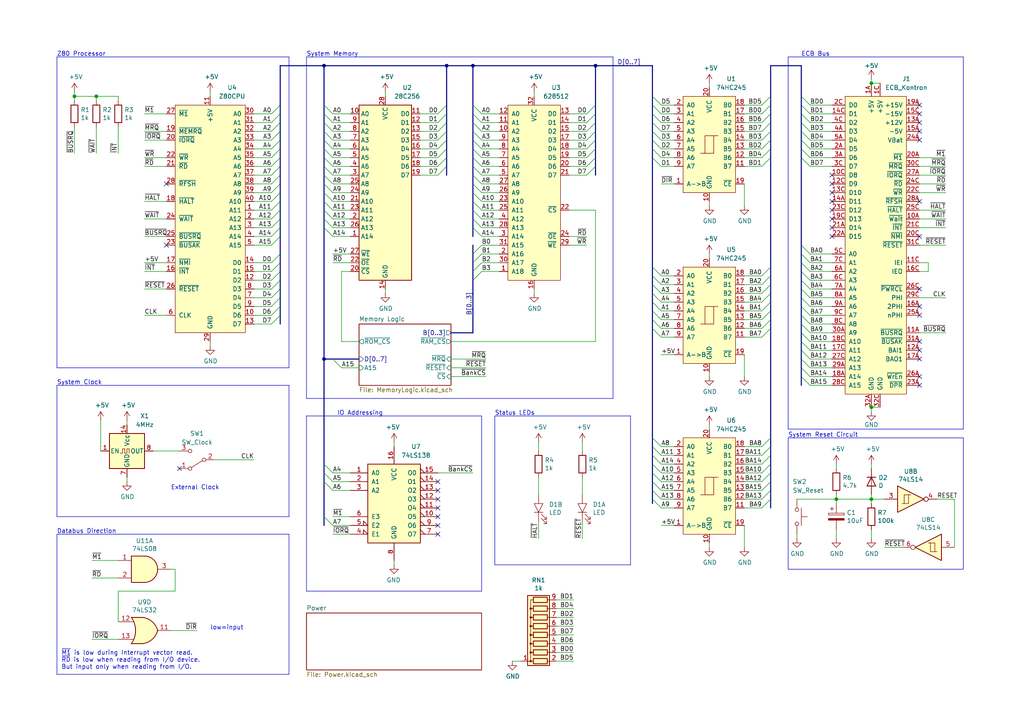
<source format=kicad_sch>
(kicad_sch (version 20230121) (generator eeschema)
  (paper "A4")
  (title_block (title "RackZ80 - Processor Board") (date "2021-03-30") (rev "1.0") (company "Jannik Kreucher"))
  (junction (at 129.54 19.05))
  (junction (at 252.73 118.11))
  (junction (at 252.73 24.13))
  (junction (at 242.57 144.78))
  (junction (at 252.73 144.78))
  (junction (at 172.72 19.05))
  (junction (at 93.98 19.05))
  (junction (at 137.16 19.05))
  (junction (at 27.94 27.94))
  (junction (at 93.98 104.14))
  (junction (at 21.59 27.94))
  (no_connect (at 127 139.7))
  (no_connect (at 48.26 53.34))
  (no_connect (at 266.7 30.48))
  (no_connect (at 266.7 99.06))
  (no_connect (at 266.7 88.9))
  (no_connect (at 127 149.86))
  (no_connect (at 127 144.78))
  (no_connect (at 266.7 109.22))
  (no_connect (at 241.3 53.34))
  (no_connect (at 266.7 83.82))
  (no_connect (at 127 142.24))
  (no_connect (at 241.3 55.88))
  (no_connect (at 127 154.94))
  (no_connect (at 266.7 91.44))
  (no_connect (at 266.7 40.64))
  (no_connect (at 127 147.32))
  (no_connect (at 266.7 101.6))
  (no_connect (at 266.7 33.02))
  (no_connect (at 266.7 35.56))
  (no_connect (at 266.7 104.14))
  (no_connect (at 52.07 135.89))
  (no_connect (at 266.7 68.58))
  (no_connect (at 241.3 68.58))
  (no_connect (at 127 152.4))
  (no_connect (at 241.3 60.96))
  (no_connect (at 241.3 58.42))
  (no_connect (at 241.3 66.04))
  (no_connect (at 241.3 63.5))
  (no_connect (at 48.26 71.12))
  (no_connect (at 241.3 50.8))
  (no_connect (at 266.7 38.1))
  (no_connect (at 266.7 58.42))
  (no_connect (at 266.7 111.76))
  (bus_entry (at 81.28 66.04) (size -2.54 2.54))
  (bus_entry (at 189.23 139.7) (size 2.54 2.54))
  (bus_entry (at 223.52 95.25) (size -2.54 2.54))
  (bus_entry (at 223.52 134.62) (size -2.54 2.54))
  (bus_entry (at 137.16 38.1) (size 2.54 2.54))
  (bus_entry (at 232.41 27.94) (size 2.54 2.54))
  (bus_entry (at 189.23 38.1) (size 2.54 2.54))
  (bus_entry (at 189.23 85.09) (size 2.54 2.54))
  (bus_entry (at 232.41 88.9) (size 2.54 2.54))
  (bus_entry (at 137.16 45.72) (size 2.54 2.54))
  (bus_entry (at 81.28 88.9) (size -2.54 2.54))
  (bus_entry (at 223.52 82.55) (size -2.54 2.54))
  (bus_entry (at 81.28 35.56) (size -2.54 2.54))
  (bus_entry (at 189.23 87.63) (size 2.54 2.54))
  (bus_entry (at 129.54 43.18) (size -2.54 2.54))
  (bus_entry (at 93.98 38.1) (size 2.54 2.54))
  (bus_entry (at 129.54 40.64) (size -2.54 2.54))
  (bus_entry (at 189.23 134.62) (size 2.54 2.54))
  (bus_entry (at 81.28 76.2) (size -2.54 2.54))
  (bus_entry (at 232.41 86.36) (size 2.54 2.54))
  (bus_entry (at 172.72 30.48) (size -2.54 2.54))
  (bus_entry (at 129.54 33.02) (size -2.54 2.54))
  (bus_entry (at 223.52 35.56) (size -2.54 2.54))
  (bus_entry (at 137.16 33.02) (size 2.54 2.54))
  (bus_entry (at 223.52 80.01) (size -2.54 2.54))
  (bus_entry (at 93.98 55.88) (size 2.54 2.54))
  (bus_entry (at 129.54 48.26) (size -2.54 2.54))
  (bus_entry (at 189.23 90.17) (size 2.54 2.54))
  (bus_entry (at 232.41 76.2) (size 2.54 2.54))
  (bus_entry (at 232.41 106.68) (size 2.54 2.54))
  (bus_entry (at 223.52 45.72) (size -2.54 2.54))
  (bus_entry (at 223.52 40.64) (size -2.54 2.54))
  (bus_entry (at 96.52 142.24) (size -2.54 -2.54))
  (bus_entry (at 93.98 40.64) (size 2.54 2.54))
  (bus_entry (at 81.28 83.82) (size -2.54 2.54))
  (bus_entry (at 223.52 87.63) (size -2.54 2.54))
  (bus_entry (at 129.54 38.1) (size -2.54 2.54))
  (bus_entry (at 223.52 85.09) (size -2.54 2.54))
  (bus_entry (at 93.98 48.26) (size 2.54 2.54))
  (bus_entry (at 137.16 60.96) (size 2.54 2.54))
  (bus_entry (at 93.98 43.18) (size 2.54 2.54))
  (bus_entry (at 81.28 38.1) (size -2.54 2.54))
  (bus_entry (at 93.98 45.72) (size 2.54 2.54))
  (bus_entry (at 232.41 81.28) (size 2.54 2.54))
  (bus_entry (at 223.52 137.16) (size -2.54 2.54))
  (bus_entry (at 81.28 60.96) (size -2.54 2.54))
  (bus_entry (at 81.28 40.64) (size -2.54 2.54))
  (bus_entry (at 96.52 104.14) (size 2.54 2.54))
  (bus_entry (at 172.72 43.18) (size -2.54 2.54))
  (bus_entry (at 232.41 83.82) (size 2.54 2.54))
  (bus_entry (at 81.28 81.28) (size -2.54 2.54))
  (bus_entry (at 81.28 48.26) (size -2.54 2.54))
  (bus_entry (at 81.28 58.42) (size -2.54 2.54))
  (bus_entry (at 232.41 43.18) (size 2.54 2.54))
  (bus_entry (at 232.41 104.14) (size 2.54 2.54))
  (bus_entry (at 189.23 132.08) (size 2.54 2.54))
  (bus_entry (at 189.23 30.48) (size 2.54 2.54))
  (bus_entry (at 232.41 96.52) (size 2.54 2.54))
  (bus_entry (at 81.28 50.8) (size -2.54 2.54))
  (bus_entry (at 189.23 80.01) (size 2.54 2.54))
  (bus_entry (at 137.16 81.28) (size 2.54 -2.54))
  (bus_entry (at 223.52 27.94) (size -2.54 2.54))
  (bus_entry (at 93.98 63.5) (size 2.54 2.54))
  (bus_entry (at 223.52 43.18) (size -2.54 2.54))
  (bus_entry (at 232.41 93.98) (size 2.54 2.54))
  (bus_entry (at 172.72 40.64) (size -2.54 2.54))
  (bus_entry (at 223.52 142.24) (size -2.54 2.54))
  (bus_entry (at 232.41 109.22) (size 2.54 2.54))
  (bus_entry (at 232.41 73.66) (size 2.54 2.54))
  (bus_entry (at 189.23 45.72) (size 2.54 2.54))
  (bus_entry (at 189.23 127) (size 2.54 2.54))
  (bus_entry (at 232.41 101.6) (size 2.54 2.54))
  (bus_entry (at 137.16 63.5) (size 2.54 2.54))
  (bus_entry (at 232.41 99.06) (size 2.54 2.54))
  (bus_entry (at 189.23 137.16) (size 2.54 2.54))
  (bus_entry (at 232.41 35.56) (size 2.54 2.54))
  (bus_entry (at 93.98 60.96) (size 2.54 2.54))
  (bus_entry (at 189.23 129.54) (size 2.54 2.54))
  (bus_entry (at 93.98 66.04) (size 2.54 2.54))
  (bus_entry (at 232.41 30.48) (size 2.54 2.54))
  (bus_entry (at 96.52 152.4) (size -2.54 -2.54))
  (bus_entry (at 172.72 35.56) (size -2.54 2.54))
  (bus_entry (at 223.52 129.54) (size -2.54 2.54))
  (bus_entry (at 129.54 30.48) (size -2.54 2.54))
  (bus_entry (at 189.23 35.56) (size 2.54 2.54))
  (bus_entry (at 81.28 45.72) (size -2.54 2.54))
  (bus_entry (at 189.23 95.25) (size 2.54 2.54))
  (bus_entry (at 232.41 78.74) (size 2.54 2.54))
  (bus_entry (at 81.28 86.36) (size -2.54 2.54))
  (bus_entry (at 137.16 50.8) (size 2.54 2.54))
  (bus_entry (at 223.52 92.71) (size -2.54 2.54))
  (bus_entry (at 223.52 90.17) (size -2.54 2.54))
  (bus_entry (at 189.23 82.55) (size 2.54 2.54))
  (bus_entry (at 137.16 78.74) (size 2.54 -2.54))
  (bus_entry (at 232.41 91.44) (size 2.54 2.54))
  (bus_entry (at 93.98 58.42) (size 2.54 2.54))
  (bus_entry (at 137.16 35.56) (size 2.54 2.54))
  (bus_entry (at 172.72 48.26) (size -2.54 2.54))
  (bus_entry (at 129.54 35.56) (size -2.54 2.54))
  (bus_entry (at 93.98 30.48) (size 2.54 2.54))
  (bus_entry (at 223.52 33.02) (size -2.54 2.54))
  (bus_entry (at 223.52 38.1) (size -2.54 2.54))
  (bus_entry (at 81.28 43.18) (size -2.54 2.54))
  (bus_entry (at 189.23 144.78) (size 2.54 2.54))
  (bus_entry (at 137.16 76.2) (size 2.54 -2.54))
  (bus_entry (at 223.52 139.7) (size -2.54 2.54))
  (bus_entry (at 137.16 40.64) (size 2.54 2.54))
  (bus_entry (at 232.41 40.64) (size 2.54 2.54))
  (bus_entry (at 232.41 33.02) (size 2.54 2.54))
  (bus_entry (at 137.16 73.66) (size 2.54 -2.54))
  (bus_entry (at 223.52 30.48) (size -2.54 2.54))
  (bus_entry (at 81.28 55.88) (size -2.54 2.54))
  (bus_entry (at 96.52 137.16) (size -2.54 -2.54))
  (bus_entry (at 189.23 142.24) (size 2.54 2.54))
  (bus_entry (at 81.28 30.48) (size -2.54 2.54))
  (bus_entry (at 137.16 48.26) (size 2.54 2.54))
  (bus_entry (at 172.72 33.02) (size -2.54 2.54))
  (bus_entry (at 81.28 33.02) (size -2.54 2.54))
  (bus_entry (at 81.28 68.58) (size -2.54 2.54))
  (bus_entry (at 93.98 35.56) (size 2.54 2.54))
  (bus_entry (at 93.98 53.34) (size 2.54 2.54))
  (bus_entry (at 172.72 38.1) (size -2.54 2.54))
  (bus_entry (at 96.52 139.7) (size -2.54 -2.54))
  (bus_entry (at 81.28 78.74) (size -2.54 2.54))
  (bus_entry (at 137.16 66.04) (size 2.54 2.54))
  (bus_entry (at 81.28 91.44) (size -2.54 2.54))
  (bus_entry (at 232.41 45.72) (size 2.54 2.54))
  (bus_entry (at 81.28 73.66) (size -2.54 2.54))
  (bus_entry (at 137.16 55.88) (size 2.54 2.54))
  (bus_entry (at 129.54 45.72) (size -2.54 2.54))
  (bus_entry (at 137.16 30.48) (size 2.54 2.54))
  (bus_entry (at 93.98 50.8) (size 2.54 2.54))
  (bus_entry (at 189.23 43.18) (size 2.54 2.54))
  (bus_entry (at 232.41 71.12) (size 2.54 2.54))
  (bus_entry (at 223.52 144.78) (size -2.54 2.54))
  (bus_entry (at 93.98 33.02) (size 2.54 2.54))
  (bus_entry (at 137.16 43.18) (size 2.54 2.54))
  (bus_entry (at 223.52 127) (size -2.54 2.54))
  (bus_entry (at 232.41 38.1) (size 2.54 2.54))
  (bus_entry (at 189.23 33.02) (size 2.54 2.54))
  (bus_entry (at 137.16 53.34) (size 2.54 2.54))
  (bus_entry (at 189.23 77.47) (size 2.54 2.54))
  (bus_entry (at 189.23 92.71) (size 2.54 2.54))
  (bus_entry (at 223.52 77.47) (size -2.54 2.54))
  (bus_entry (at 137.16 58.42) (size 2.54 2.54))
  (bus_entry (at 81.28 63.5) (size -2.54 2.54))
  (bus_entry (at 189.23 40.64) (size 2.54 2.54))
  (bus_entry (at 189.23 27.94) (size 2.54 2.54))
  (bus_entry (at 172.72 45.72) (size -2.54 2.54))
  (bus_entry (at 223.52 132.08) (size -2.54 2.54))
  (bus_entry (at 81.28 53.34) (size -2.54 2.54))
  (wire (pts (xy 41.91 78.74) (xy 48.26 78.74)))
  (wire (pts (xy 191.77 147.32) (xy 195.58 147.32)))
  (wire (pts (xy 101.6 60.96) (xy 96.52 60.96)))
  (bus (pts (xy 172.72 30.48) (xy 172.72 33.02)))
  (bus (pts (xy 81.28 78.74) (xy 81.28 81.28)))
  (wire (pts (xy 36.83 121.92) (xy 36.83 123.19)))
  (wire (pts (xy 144.78 58.42) (xy 139.7 58.42)))
  (wire (pts (xy 215.9 30.48) (xy 220.98 30.48)))
  (bus (pts (xy 137.16 19.05) (xy 137.16 30.48)))
  (bus (pts (xy 137.16 19.05) (xy 172.72 19.05)))
  (bus (pts (xy 81.28 43.18) (xy 81.28 45.72)))
  (bus (pts (xy 137.16 53.34) (xy 137.16 55.88)))
  (bus (pts (xy 93.98 43.18) (xy 93.98 45.72)))
  (wire (pts (xy 252.73 134.62) (xy 252.73 135.89)))
  (bus (pts (xy 189.23 142.24) (xy 189.23 144.78)))
  (wire (pts (xy 101.6 73.66) (xy 96.52 73.66)))
  (wire (pts (xy 73.66 33.02) (xy 78.74 33.02)))
  (bus (pts (xy 96.52 104.14) (xy 104.14 104.14)))
  (wire (pts (xy 101.6 154.94) (xy 96.52 154.94)))
  (polyline (pts (xy 182.88 120.65) (xy 143.51 120.65)))
  (bus (pts (xy 129.54 30.48) (xy 129.54 33.02)))
  (wire (pts (xy 195.58 152.4) (xy 191.77 152.4)))
  (wire (pts (xy 252.73 144.78) (xy 256.54 144.78)))
  (wire (pts (xy 121.92 45.72) (xy 127 45.72)))
  (wire (pts (xy 144.78 78.74) (xy 139.7 78.74)))
  (wire (pts (xy 165.1 38.1) (xy 170.18 38.1)))
  (wire (pts (xy 234.95 109.22) (xy 241.3 109.22)))
  (bus (pts (xy 232.41 109.22) (xy 232.41 111.76)))
  (polyline (pts (xy 182.88 163.83) (xy 182.88 120.65)))
  (wire (pts (xy 36.83 138.43) (xy 36.83 139.7)))
  (bus (pts (xy 232.41 73.66) (xy 232.41 76.2)))
  (wire (pts (xy 121.92 40.64) (xy 127 40.64)))
  (wire (pts (xy 168.91 151.13) (xy 168.91 156.21)))
  (bus (pts (xy 93.98 66.04) (xy 93.98 104.14)))
  (bus (pts (xy 223.52 27.94) (xy 223.52 30.48)))
  (wire (pts (xy 114.3 128.27) (xy 114.3 129.54)))
  (wire (pts (xy 27.94 36.83) (xy 27.94 44.45)))
  (bus (pts (xy 81.28 91.44) (xy 81.28 93.98)))
  (bus (pts (xy 232.41 27.94) (xy 232.41 30.48)))
  (wire (pts (xy 144.78 40.64) (xy 139.7 40.64)))
  (bus (pts (xy 232.41 96.52) (xy 232.41 99.06)))
  (wire (pts (xy 215.9 53.34) (xy 215.9 59.69)))
  (bus (pts (xy 223.52 30.48) (xy 223.52 33.02)))
  (wire (pts (xy 234.95 45.72) (xy 241.3 45.72)))
  (wire (pts (xy 139.7 71.12) (xy 144.78 71.12)))
  (bus (pts (xy 137.16 40.64) (xy 137.16 43.18)))
  (bus (pts (xy 81.28 83.82) (xy 81.28 86.36)))
  (bus (pts (xy 223.52 43.18) (xy 223.52 45.72)))
  (wire (pts (xy 144.78 53.34) (xy 139.7 53.34)))
  (wire (pts (xy 101.6 66.04) (xy 96.52 66.04)))
  (wire (pts (xy 234.95 33.02) (xy 241.3 33.02)))
  (wire (pts (xy 101.6 76.2) (xy 96.52 76.2)))
  (bus (pts (xy 172.72 45.72) (xy 172.72 48.26)))
  (wire (pts (xy 205.74 123.19) (xy 205.74 124.46)))
  (wire (pts (xy 234.95 106.68) (xy 241.3 106.68)))
  (wire (pts (xy 191.77 38.1) (xy 195.58 38.1)))
  (wire (pts (xy 191.77 33.02) (xy 195.58 33.02)))
  (wire (pts (xy 242.57 153.67) (xy 242.57 156.21)))
  (wire (pts (xy 73.66 83.82) (xy 78.74 83.82)))
  (wire (pts (xy 215.9 97.79) (xy 220.98 97.79)))
  (bus (pts (xy 189.23 90.17) (xy 189.23 92.71)))
  (bus (pts (xy 223.52 45.72) (xy 223.52 77.47)))
  (bus (pts (xy 137.16 43.18) (xy 137.16 45.72)))
  (wire (pts (xy 168.91 130.81) (xy 168.91 128.27)))
  (wire (pts (xy 73.66 38.1) (xy 78.74 38.1)))
  (wire (pts (xy 191.77 95.25) (xy 195.58 95.25)))
  (bus (pts (xy 189.23 87.63) (xy 189.23 90.17)))
  (bus (pts (xy 189.23 38.1) (xy 189.23 40.64)))
  (polyline (pts (xy 83.82 195.58) (xy 83.82 154.94)))
  (wire (pts (xy 195.58 102.87) (xy 191.77 102.87)))
  (bus (pts (xy 93.98 19.05) (xy 93.98 30.48)))
  (wire (pts (xy 234.95 73.66) (xy 241.3 73.66)))
  (wire (pts (xy 41.91 58.42) (xy 48.26 58.42)))
  (wire (pts (xy 276.86 144.78) (xy 276.86 158.75)))
  (wire (pts (xy 215.9 95.25) (xy 220.98 95.25)))
  (bus (pts (xy 93.98 60.96) (xy 93.98 63.5)))
  (wire (pts (xy 191.77 137.16) (xy 195.58 137.16)))
  (bus (pts (xy 129.54 45.72) (xy 129.54 48.26)))
  (wire (pts (xy 234.95 35.56) (xy 241.3 35.56)))
  (wire (pts (xy 73.66 91.44) (xy 78.74 91.44)))
  (polyline (pts (xy 88.9 120.65) (xy 88.9 171.45)))
  (wire (pts (xy 215.9 45.72) (xy 220.98 45.72)))
  (wire (pts (xy 161.29 181.61) (xy 166.37 181.61)))
  (bus (pts (xy 172.72 43.18) (xy 172.72 45.72)))
  (polyline (pts (xy 83.82 149.86) (xy 16.51 149.86)))
  (bus (pts (xy 93.98 38.1) (xy 93.98 40.64)))
  (wire (pts (xy 255.27 118.11) (xy 252.73 118.11)))
  (bus (pts (xy 232.41 38.1) (xy 232.41 40.64)))
  (bus (pts (xy 232.41 78.74) (xy 232.41 81.28)))
  (bus (pts (xy 223.52 80.01) (xy 223.52 82.55)))
  (bus (pts (xy 189.23 43.18) (xy 189.23 45.72)))
  (wire (pts (xy 191.77 80.01) (xy 195.58 80.01)))
  (wire (pts (xy 215.9 38.1) (xy 220.98 38.1)))
  (wire (pts (xy 255.27 24.13) (xy 252.73 24.13)))
  (bus (pts (xy 223.52 92.71) (xy 223.52 95.25)))
  (bus (pts (xy 81.28 66.04) (xy 81.28 68.58)))
  (bus (pts (xy 223.52 127) (xy 223.52 129.54)))
  (wire (pts (xy 101.6 139.7) (xy 96.52 139.7)))
  (wire (pts (xy 60.96 99.06) (xy 60.96 100.33)))
  (wire (pts (xy 165.1 68.58) (xy 170.18 68.58)))
  (wire (pts (xy 191.77 144.78) (xy 195.58 144.78)))
  (wire (pts (xy 101.6 33.02) (xy 96.52 33.02)))
  (wire (pts (xy 148.59 191.77) (xy 151.13 191.77)))
  (bus (pts (xy 223.52 33.02) (xy 223.52 35.56)))
  (wire (pts (xy 48.26 83.82) (xy 41.91 83.82)))
  (wire (pts (xy 191.77 40.64) (xy 195.58 40.64)))
  (bus (pts (xy 232.41 76.2) (xy 232.41 78.74)))
  (wire (pts (xy 161.29 189.23) (xy 166.37 189.23)))
  (bus (pts (xy 137.16 55.88) (xy 137.16 58.42)))
  (bus (pts (xy 189.23 33.02) (xy 189.23 35.56)))
  (wire (pts (xy 266.7 53.34) (xy 274.32 53.34)))
  (wire (pts (xy 73.66 76.2) (xy 78.74 76.2)))
  (polyline (pts (xy 143.51 120.65) (xy 143.51 163.83)))
  (wire (pts (xy 156.21 130.81) (xy 156.21 128.27)))
  (wire (pts (xy 215.9 152.4) (xy 215.9 158.75)))
  (wire (pts (xy 101.6 50.8) (xy 96.52 50.8)))
  (wire (pts (xy 234.95 99.06) (xy 241.3 99.06)))
  (wire (pts (xy 165.1 45.72) (xy 170.18 45.72)))
  (bus (pts (xy 137.16 58.42) (xy 137.16 60.96)))
  (wire (pts (xy 215.9 43.18) (xy 220.98 43.18)))
  (wire (pts (xy 234.95 43.18) (xy 241.3 43.18)))
  (wire (pts (xy 34.29 171.45) (xy 34.29 180.34)))
  (bus (pts (xy 81.28 30.48) (xy 81.28 33.02)))
  (wire (pts (xy 195.58 53.34) (xy 191.77 53.34)))
  (bus (pts (xy 223.52 77.47) (xy 223.52 80.01)))
  (polyline (pts (xy 16.51 111.76) (xy 83.82 111.76)))
  (wire (pts (xy 73.66 50.8) (xy 78.74 50.8)))
  (wire (pts (xy 234.95 93.98) (xy 241.3 93.98)))
  (wire (pts (xy 130.81 109.22) (xy 140.97 109.22)))
  (wire (pts (xy 101.6 78.74) (xy 99.06 78.74)))
  (polyline (pts (xy 16.51 195.58) (xy 83.82 195.58)))
  (wire (pts (xy 231.14 144.78) (xy 242.57 144.78)))
  (bus (pts (xy 223.52 144.78) (xy 223.52 147.32)))
  (wire (pts (xy 252.73 144.78) (xy 252.73 146.05)))
  (wire (pts (xy 191.77 43.18) (xy 195.58 43.18)))
  (wire (pts (xy 266.7 55.88) (xy 274.32 55.88)))
  (wire (pts (xy 191.77 139.7) (xy 195.58 139.7)))
  (bus (pts (xy 189.23 85.09) (xy 189.23 87.63)))
  (wire (pts (xy 121.92 50.8) (xy 127 50.8)))
  (polyline (pts (xy 83.82 106.68) (xy 83.82 16.51)))
  (wire (pts (xy 101.6 55.88) (xy 96.52 55.88)))
  (bus (pts (xy 172.72 48.26) (xy 172.72 50.8)))
  (polyline (pts (xy 83.82 111.76) (xy 83.82 149.86)))
  (wire (pts (xy 191.77 87.63) (xy 195.58 87.63)))
  (bus (pts (xy 93.98 19.05) (xy 129.54 19.05)))
  (wire (pts (xy 234.95 76.2) (xy 241.3 76.2)))
  (wire (pts (xy 121.92 43.18) (xy 127 43.18)))
  (wire (pts (xy 101.6 149.86) (xy 96.52 149.86)))
  (bus (pts (xy 81.28 55.88) (xy 81.28 58.42)))
  (bus (pts (xy 93.98 104.14) (xy 93.98 134.62)))
  (bus (pts (xy 129.54 35.56) (xy 129.54 38.1)))
  (wire (pts (xy 139.7 76.2) (xy 144.78 76.2)))
  (wire (pts (xy 73.66 66.04) (xy 78.74 66.04)))
  (bus (pts (xy 172.72 38.1) (xy 172.72 40.64)))
  (wire (pts (xy 144.78 50.8) (xy 139.7 50.8)))
  (bus (pts (xy 81.28 35.56) (xy 81.28 38.1)))
  (wire (pts (xy 121.92 35.56) (xy 127 35.56)))
  (bus (pts (xy 81.28 53.34) (xy 81.28 55.88)))
  (bus (pts (xy 129.54 43.18) (xy 129.54 45.72)))
  (bus (pts (xy 223.52 142.24) (xy 223.52 144.78)))
  (wire (pts (xy 252.73 22.86) (xy 252.73 24.13)))
  (wire (pts (xy 191.77 45.72) (xy 195.58 45.72)))
  (wire (pts (xy 234.95 86.36) (xy 241.3 86.36)))
  (wire (pts (xy 130.81 104.14) (xy 140.97 104.14)))
  (bus (pts (xy 189.23 19.05) (xy 189.23 27.94)))
  (wire (pts (xy 191.77 134.62) (xy 195.58 134.62)))
  (wire (pts (xy 34.29 162.56) (xy 26.67 162.56)))
  (wire (pts (xy 73.66 86.36) (xy 78.74 86.36)))
  (polyline (pts (xy 279.4 16.51) (xy 279.4 124.46)))
  (bus (pts (xy 172.72 19.05) (xy 172.72 30.48)))
  (polyline (pts (xy 279.4 127) (xy 228.6 127)))
  (wire (pts (xy 73.66 45.72) (xy 78.74 45.72)))
  (bus (pts (xy 129.54 33.02) (xy 129.54 35.56)))
  (bus (pts (xy 137.16 33.02) (xy 137.16 35.56)))
  (wire (pts (xy 144.78 45.72) (xy 139.7 45.72)))
  (bus (pts (xy 223.52 19.05) (xy 223.52 27.94)))
  (bus (pts (xy 232.41 30.48) (xy 232.41 33.02)))
  (wire (pts (xy 252.73 118.11) (xy 252.73 119.38)))
  (polyline (pts (xy 228.6 124.46) (xy 279.4 124.46)))
  (wire (pts (xy 49.53 165.1) (xy 50.8 165.1)))
  (wire (pts (xy 73.66 60.96) (xy 78.74 60.96)))
  (polyline (pts (xy 16.51 16.51) (xy 16.51 106.68)))
  (wire (pts (xy 101.6 38.1) (xy 96.52 38.1)))
  (polyline (pts (xy 16.51 154.94) (xy 16.51 195.58)))
  (wire (pts (xy 215.9 85.09) (xy 220.98 85.09)))
  (bus (pts (xy 129.54 40.64) (xy 129.54 43.18)))
  (wire (pts (xy 266.7 71.12) (xy 274.32 71.12)))
  (wire (pts (xy 73.66 71.12) (xy 78.74 71.12)))
  (wire (pts (xy 21.59 36.83) (xy 21.59 44.45)))
  (wire (pts (xy 242.57 146.05) (xy 242.57 144.78)))
  (wire (pts (xy 234.95 30.48) (xy 241.3 30.48)))
  (bus (pts (xy 232.41 40.64) (xy 232.41 43.18)))
  (wire (pts (xy 165.1 50.8) (xy 170.18 50.8)))
  (bus (pts (xy 93.98 63.5) (xy 93.98 66.04)))
  (bus (pts (xy 137.16 76.2) (xy 137.16 78.74)))
  (polyline (pts (xy 228.6 16.51) (xy 279.4 16.51)))
  (wire (pts (xy 41.91 63.5) (xy 48.26 63.5)))
  (bus (pts (xy 223.52 129.54) (xy 223.52 132.08)))
  (polyline (pts (xy 228.6 127) (xy 228.6 165.1)))
  (bus (pts (xy 93.98 149.86) (xy 93.98 152.4)))
  (wire (pts (xy 234.95 96.52) (xy 241.3 96.52)))
  (bus (pts (xy 129.54 48.26) (xy 129.54 50.8)))
  (bus (pts (xy 232.41 91.44) (xy 232.41 93.98)))
  (wire (pts (xy 215.9 33.02) (xy 220.98 33.02)))
  (bus (pts (xy 232.41 88.9) (xy 232.41 91.44)))
  (bus (pts (xy 232.41 45.72) (xy 232.41 71.12)))
  (wire (pts (xy 234.95 88.9) (xy 241.3 88.9)))
  (wire (pts (xy 144.78 43.18) (xy 139.7 43.18)))
  (bus (pts (xy 189.23 132.08) (xy 189.23 134.62)))
  (bus (pts (xy 93.98 48.26) (xy 93.98 50.8)))
  (bus (pts (xy 223.52 85.09) (xy 223.52 87.63)))
  (wire (pts (xy 266.7 86.36) (xy 274.32 86.36)))
  (polyline (pts (xy 83.82 154.94) (xy 16.51 154.94)))
  (bus (pts (xy 81.28 68.58) (xy 81.28 73.66)))
  (wire (pts (xy 144.78 55.88) (xy 139.7 55.88)))
  (wire (pts (xy 266.7 50.8) (xy 274.32 50.8)))
  (bus (pts (xy 232.41 71.12) (xy 232.41 73.66)))
  (wire (pts (xy 144.78 66.04) (xy 139.7 66.04)))
  (bus (pts (xy 232.41 43.18) (xy 232.41 45.72)))
  (wire (pts (xy 127 137.16) (xy 137.16 137.16)))
  (bus (pts (xy 81.28 33.02) (xy 81.28 35.56)))
  (wire (pts (xy 49.53 182.88) (xy 57.15 182.88)))
  (bus (pts (xy 232.41 101.6) (xy 232.41 104.14)))
  (bus (pts (xy 81.28 48.26) (xy 81.28 50.8)))
  (bus (pts (xy 223.52 90.17) (xy 223.52 92.71)))
  (bus (pts (xy 223.52 40.64) (xy 223.52 43.18)))
  (wire (pts (xy 165.1 60.96) (xy 172.72 60.96)))
  (bus (pts (xy 81.28 73.66) (xy 81.28 76.2)))
  (wire (pts (xy 34.29 27.94) (xy 34.29 29.21)))
  (wire (pts (xy 266.7 66.04) (xy 274.32 66.04)))
  (bus (pts (xy 223.52 38.1) (xy 223.52 40.64)))
  (wire (pts (xy 172.72 99.06) (xy 172.72 60.96)))
  (polyline (pts (xy 88.9 115.57) (xy 88.9 16.51)))
  (wire (pts (xy 191.77 97.79) (xy 195.58 97.79)))
  (wire (pts (xy 101.6 53.34) (xy 96.52 53.34)))
  (wire (pts (xy 101.6 48.26) (xy 96.52 48.26)))
  (wire (pts (xy 21.59 27.94) (xy 27.94 27.94)))
  (wire (pts (xy 205.74 58.42) (xy 205.74 59.69)))
  (bus (pts (xy 223.52 35.56) (xy 223.52 38.1)))
  (wire (pts (xy 144.78 60.96) (xy 139.7 60.96)))
  (bus (pts (xy 189.23 127) (xy 189.23 129.54)))
  (wire (pts (xy 73.66 81.28) (xy 78.74 81.28)))
  (wire (pts (xy 41.91 45.72) (xy 48.26 45.72)))
  (bus (pts (xy 81.28 45.72) (xy 81.28 48.26)))
  (bus (pts (xy 223.52 87.63) (xy 223.52 90.17)))
  (wire (pts (xy 73.66 48.26) (xy 78.74 48.26)))
  (polyline (pts (xy 143.51 163.83) (xy 182.88 163.83)))
  (bus (pts (xy 129.54 19.05) (xy 129.54 30.48)))
  (polyline (pts (xy 228.6 165.1) (xy 279.4 165.1)))
  (bus (pts (xy 189.23 45.72) (xy 189.23 77.47)))
  (wire (pts (xy 21.59 27.94) (xy 21.59 29.21)))
  (bus (pts (xy 93.98 45.72) (xy 93.98 48.26)))
  (bus (pts (xy 137.16 78.74) (xy 137.16 81.28)))
  (wire (pts (xy 101.6 43.18) (xy 96.52 43.18)))
  (wire (pts (xy 215.9 87.63) (xy 220.98 87.63)))
  (bus (pts (xy 137.16 38.1) (xy 137.16 40.64)))
  (wire (pts (xy 101.6 68.58) (xy 96.52 68.58)))
  (wire (pts (xy 234.95 104.14) (xy 241.3 104.14)))
  (bus (pts (xy 189.23 139.7) (xy 189.23 142.24)))
  (wire (pts (xy 73.66 58.42) (xy 78.74 58.42)))
  (bus (pts (xy 93.98 35.56) (xy 93.98 38.1)))
  (wire (pts (xy 161.29 173.99) (xy 166.37 173.99)))
  (wire (pts (xy 215.9 48.26) (xy 220.98 48.26)))
  (bus (pts (xy 93.98 50.8) (xy 93.98 53.34)))
  (wire (pts (xy 165.1 48.26) (xy 170.18 48.26)))
  (wire (pts (xy 144.78 73.66) (xy 139.7 73.66)))
  (wire (pts (xy 271.78 144.78) (xy 276.86 144.78)))
  (bus (pts (xy 93.98 58.42) (xy 93.98 60.96)))
  (wire (pts (xy 144.78 48.26) (xy 139.7 48.26)))
  (wire (pts (xy 266.7 60.96) (xy 274.32 60.96)))
  (bus (pts (xy 81.28 81.28) (xy 81.28 83.82)))
  (bus (pts (xy 81.28 19.05) (xy 81.28 30.48)))
  (wire (pts (xy 215.9 102.87) (xy 215.9 109.22)))
  (wire (pts (xy 215.9 142.24) (xy 220.98 142.24)))
  (bus (pts (xy 223.52 19.05) (xy 232.41 19.05)))
  (bus (pts (xy 172.72 33.02) (xy 172.72 35.56)))
  (bus (pts (xy 93.98 134.62) (xy 93.98 137.16)))
  (wire (pts (xy 205.74 107.95) (xy 205.74 109.22)))
  (wire (pts (xy 266.7 45.72) (xy 274.32 45.72)))
  (wire (pts (xy 234.95 111.76) (xy 241.3 111.76)))
  (wire (pts (xy 48.26 33.02) (xy 41.91 33.02)))
  (wire (pts (xy 101.6 63.5) (xy 96.52 63.5)))
  (wire (pts (xy 266.7 63.5) (xy 274.32 63.5)))
  (wire (pts (xy 215.9 82.55) (xy 220.98 82.55)))
  (bus (pts (xy 189.23 92.71) (xy 189.23 95.25)))
  (bus (pts (xy 81.28 88.9) (xy 81.28 91.44)))
  (wire (pts (xy 168.91 143.51) (xy 168.91 138.43)))
  (bus (pts (xy 223.52 132.08) (xy 223.52 134.62)))
  (wire (pts (xy 191.77 85.09) (xy 195.58 85.09)))
  (wire (pts (xy 215.9 147.32) (xy 220.98 147.32)))
  (wire (pts (xy 234.95 78.74) (xy 241.3 78.74)))
  (wire (pts (xy 101.6 40.64) (xy 96.52 40.64)))
  (wire (pts (xy 27.94 29.21) (xy 27.94 27.94)))
  (bus (pts (xy 232.41 106.68) (xy 232.41 109.22)))
  (wire (pts (xy 101.6 137.16) (xy 96.52 137.16)))
  (wire (pts (xy 191.77 30.48) (xy 195.58 30.48)))
  (wire (pts (xy 165.1 33.02) (xy 170.18 33.02)))
  (bus (pts (xy 137.16 66.04) (xy 137.16 68.58)))
  (bus (pts (xy 129.54 38.1) (xy 129.54 40.64)))
  (bus (pts (xy 189.23 80.01) (xy 189.23 82.55)))
  (wire (pts (xy 73.66 68.58) (xy 78.74 68.58)))
  (bus (pts (xy 232.41 104.14) (xy 232.41 106.68)))
  (polyline (pts (xy 83.82 16.51) (xy 16.51 16.51)))
  (wire (pts (xy 161.29 184.15) (xy 166.37 184.15)))
  (wire (pts (xy 154.94 83.82) (xy 154.94 85.09)))
  (bus (pts (xy 93.98 19.05) (xy 81.28 19.05)))
  (bus (pts (xy 232.41 81.28) (xy 232.41 83.82)))
  (bus (pts (xy 232.41 83.82) (xy 232.41 86.36)))
  (bus (pts (xy 137.16 30.48) (xy 137.16 33.02)))
  (wire (pts (xy 161.29 191.77) (xy 166.37 191.77)))
  (wire (pts (xy 73.66 43.18) (xy 78.74 43.18)))
  (wire (pts (xy 121.92 33.02) (xy 127 33.02)))
  (bus (pts (xy 93.98 104.14) (xy 96.52 104.14)))
  (wire (pts (xy 44.45 130.81) (xy 52.07 130.81)))
  (bus (pts (xy 189.23 35.56) (xy 189.23 38.1)))
  (wire (pts (xy 215.9 35.56) (xy 220.98 35.56)))
  (wire (pts (xy 161.29 179.07) (xy 166.37 179.07)))
  (bus (pts (xy 137.16 60.96) (xy 137.16 63.5)))
  (bus (pts (xy 93.98 33.02) (xy 93.98 35.56)))
  (wire (pts (xy 99.06 99.06) (xy 104.14 99.06)))
  (polyline (pts (xy 16.51 111.76) (xy 16.51 149.86)))
  (bus (pts (xy 137.16 35.56) (xy 137.16 38.1)))
  (wire (pts (xy 144.78 68.58) (xy 139.7 68.58)))
  (wire (pts (xy 50.8 165.1) (xy 50.8 171.45)))
  (polyline (pts (xy 177.8 16.51) (xy 177.8 115.57)))
  (wire (pts (xy 73.66 35.56) (xy 78.74 35.56)))
  (wire (pts (xy 144.78 33.02) (xy 139.7 33.02)))
  (bus (pts (xy 81.28 40.64) (xy 81.28 43.18)))
  (bus (pts (xy 81.28 63.5) (xy 81.28 66.04)))
  (wire (pts (xy 191.77 142.24) (xy 195.58 142.24)))
  (wire (pts (xy 215.9 144.78) (xy 220.98 144.78)))
  (polyline (pts (xy 279.4 165.1) (xy 279.4 127)))
  (bus (pts (xy 93.98 53.34) (xy 93.98 55.88)))
  (wire (pts (xy 266.7 96.52) (xy 274.32 96.52)))
  (wire (pts (xy 234.95 91.44) (xy 241.3 91.44)))
  (wire (pts (xy 48.26 76.2) (xy 41.91 76.2)))
  (wire (pts (xy 165.1 71.12) (xy 170.18 71.12)))
  (wire (pts (xy 234.95 83.82) (xy 241.3 83.82)))
  (bus (pts (xy 137.16 19.05) (xy 129.54 19.05)))
  (wire (pts (xy 99.06 106.68) (xy 104.14 106.68)))
  (wire (pts (xy 101.6 142.24) (xy 96.52 142.24)))
  (bus (pts (xy 232.41 86.36) (xy 232.41 88.9)))
  (bus (pts (xy 130.81 96.52) (xy 137.16 96.52)))
  (wire (pts (xy 101.6 152.4) (xy 96.52 152.4)))
  (bus (pts (xy 137.16 81.28) (xy 137.16 96.52)))
  (wire (pts (xy 99.06 78.74) (xy 99.06 99.06)))
  (bus (pts (xy 81.28 38.1) (xy 81.28 40.64)))
  (wire (pts (xy 191.77 129.54) (xy 195.58 129.54)))
  (bus (pts (xy 81.28 50.8) (xy 81.28 53.34)))
  (wire (pts (xy 130.81 106.68) (xy 140.97 106.68)))
  (wire (pts (xy 191.77 48.26) (xy 195.58 48.26)))
  (wire (pts (xy 234.95 38.1) (xy 241.3 38.1)))
  (wire (pts (xy 50.8 171.45) (xy 34.29 171.45)))
  (wire (pts (xy 111.76 83.82) (xy 111.76 85.09)))
  (polyline (pts (xy 139.7 171.45) (xy 88.9 171.45)))
  (bus (pts (xy 137.16 71.12) (xy 137.16 73.66)))
  (wire (pts (xy 234.95 101.6) (xy 241.3 101.6)))
  (wire (pts (xy 48.26 38.1) (xy 41.91 38.1)))
  (bus (pts (xy 189.23 144.78) (xy 189.23 146.05)))
  (polyline (pts (xy 88.9 120.65) (xy 139.7 120.65)))
  (wire (pts (xy 234.95 40.64) (xy 241.3 40.64)))
  (wire (pts (xy 156.21 143.51) (xy 156.21 138.43)))
  (bus (pts (xy 223.52 95.25) (xy 223.52 127)))
  (bus (pts (xy 93.98 55.88) (xy 93.98 58.42)))
  (wire (pts (xy 269.24 78.74) (xy 266.7 78.74)))
  (wire (pts (xy 215.9 129.54) (xy 220.98 129.54)))
  (wire (pts (xy 215.9 134.62) (xy 220.98 134.62)))
  (wire (pts (xy 73.66 88.9) (xy 78.74 88.9)))
  (bus (pts (xy 93.98 30.48) (xy 93.98 33.02)))
  (bus (pts (xy 223.52 139.7) (xy 223.52 142.24)))
  (polyline (pts (xy 139.7 120.65) (xy 139.7 171.45)))
  (wire (pts (xy 144.78 63.5) (xy 139.7 63.5)))
  (wire (pts (xy 205.74 24.13) (xy 205.74 25.4)))
  (wire (pts (xy 34.29 167.64) (xy 26.67 167.64)))
  (wire (pts (xy 269.24 76.2) (xy 269.24 78.74)))
  (bus (pts (xy 189.23 30.48) (xy 189.23 33.02)))
  (polyline (pts (xy 88.9 16.51) (xy 177.8 16.51)))
  (wire (pts (xy 41.91 68.58) (xy 48.26 68.58)))
  (bus (pts (xy 223.52 134.62) (xy 223.52 137.16)))
  (wire (pts (xy 27.94 27.94) (xy 34.29 27.94)))
  (wire (pts (xy 191.77 35.56) (xy 195.58 35.56)))
  (wire (pts (xy 215.9 137.16) (xy 220.98 137.16)))
  (wire (pts (xy 60.96 26.67) (xy 60.96 27.94)))
  (wire (pts (xy 234.95 81.28) (xy 241.3 81.28)))
  (wire (pts (xy 242.57 134.62) (xy 242.57 135.89)))
  (wire (pts (xy 205.74 157.48) (xy 205.74 158.75)))
  (bus (pts (xy 189.23 27.94) (xy 189.23 30.48)))
  (bus (pts (xy 189.23 134.62) (xy 189.23 137.16)))
  (bus (pts (xy 232.41 99.06) (xy 232.41 101.6)))
  (wire (pts (xy 73.66 78.74) (xy 78.74 78.74)))
  (wire (pts (xy 73.66 93.98) (xy 78.74 93.98)))
  (wire (pts (xy 101.6 58.42) (xy 96.52 58.42)))
  (wire (pts (xy 256.54 158.75) (xy 261.62 158.75)))
  (bus (pts (xy 232.41 33.02) (xy 232.41 35.56)))
  (bus (pts (xy 137.16 50.8) (xy 137.16 53.34)))
  (wire (pts (xy 34.29 185.42) (xy 26.67 185.42)))
  (bus (pts (xy 81.28 60.96) (xy 81.28 63.5)))
  (bus (pts (xy 223.52 137.16) (xy 223.52 139.7)))
  (wire (pts (xy 191.77 132.08) (xy 195.58 132.08)))
  (wire (pts (xy 21.59 26.67) (xy 21.59 27.94)))
  (wire (pts (xy 154.94 26.67) (xy 154.94 27.94)))
  (wire (pts (xy 215.9 132.08) (xy 220.98 132.08)))
  (wire (pts (xy 266.7 76.2) (xy 269.24 76.2)))
  (wire (pts (xy 266.7 48.26) (xy 274.32 48.26)))
  (wire (pts (xy 215.9 139.7) (xy 220.98 139.7)))
  (polyline (pts (xy 228.6 16.51) (xy 228.6 124.46)))
  (bus (pts (xy 189.23 95.25) (xy 189.23 127)))
  (wire (pts (xy 215.9 80.01) (xy 220.98 80.01)))
  (bus (pts (xy 81.28 58.42) (xy 81.28 60.96)))
  (bus (pts (xy 137.16 73.66) (xy 137.16 76.2)))
  (bus (pts (xy 137.16 48.26) (xy 137.16 50.8)))
  (bus (pts (xy 137.16 45.72) (xy 137.16 48.26)))
  (bus (pts (xy 93.98 139.7) (xy 93.98 149.86)))
  (wire (pts (xy 231.14 154.94) (xy 231.14 156.21)))
  (wire (pts (xy 165.1 35.56) (xy 170.18 35.56)))
  (wire (pts (xy 121.92 38.1) (xy 127 38.1)))
  (bus (pts (xy 189.23 137.16) (xy 189.23 139.7)))
  (bus (pts (xy 93.98 137.16) (xy 93.98 139.7)))
  (wire (pts (xy 29.21 121.92) (xy 29.21 130.81)))
  (wire (pts (xy 48.26 48.26) (xy 41.91 48.26)))
  (bus (pts (xy 172.72 40.64) (xy 172.72 43.18)))
  (wire (pts (xy 48.26 40.64) (xy 41.91 40.64)))
  (wire (pts (xy 101.6 35.56) (xy 96.52 35.56)))
  (wire (pts (xy 252.73 143.51) (xy 252.73 144.78)))
  (bus (pts (xy 223.52 82.55) (xy 223.52 85.09)))
  (wire (pts (xy 34.29 36.83) (xy 34.29 44.45)))
  (wire (pts (xy 205.74 73.66) (xy 205.74 74.93)))
  (wire (pts (xy 144.78 35.56) (xy 139.7 35.56)))
  (wire (pts (xy 191.77 82.55) (xy 195.58 82.55)))
  (wire (pts (xy 215.9 40.64) (xy 220.98 40.64)))
  (bus (pts (xy 232.41 93.98) (xy 232.41 96.52)))
  (bus (pts (xy 189.23 82.55) (xy 189.23 85.09)))
  (wire (pts (xy 191.77 92.71) (xy 195.58 92.71)))
  (wire (pts (xy 121.92 48.26) (xy 127 48.26)))
  (wire (pts (xy 156.21 151.13) (xy 156.21 156.21)))
  (wire (pts (xy 111.76 26.67) (xy 111.76 27.94)))
  (wire (pts (xy 191.77 90.17) (xy 195.58 90.17)))
  (wire (pts (xy 215.9 90.17) (xy 220.98 90.17)))
  (wire (pts (xy 161.29 186.69) (xy 166.37 186.69)))
  (wire (pts (xy 215.9 92.71) (xy 220.98 92.71)))
  (bus (pts (xy 81.28 86.36) (xy 81.28 88.9)))
  (wire (pts (xy 144.78 38.1) (xy 139.7 38.1)))
  (bus (pts (xy 189.23 40.64) (xy 189.23 43.18)))
  (polyline (pts (xy 16.51 106.68) (xy 83.82 106.68)))
  (wire (pts (xy 73.66 53.34) (xy 78.74 53.34)))
  (polyline (pts (xy 177.8 115.57) (xy 88.9 115.57)))
  (wire (pts (xy 165.1 43.18) (xy 170.18 43.18)))
  (wire (pts (xy 234.95 48.26) (xy 241.3 48.26)))
  (wire (pts (xy 73.66 40.64) (xy 78.74 40.64)))
  (wire (pts (xy 101.6 45.72) (xy 96.52 45.72)))
  (wire (pts (xy 41.91 91.44) (xy 48.26 91.44)))
  (bus (pts (xy 189.23 77.47) (xy 189.23 80.01)))
  (wire (pts (xy 114.3 162.56) (xy 114.3 163.83)))
  (wire (pts (xy 73.66 55.88) (xy 78.74 55.88)))
  (bus (pts (xy 172.72 19.05) (xy 189.23 19.05)))
  (bus (pts (xy 81.28 76.2) (xy 81.28 78.74)))
  (wire (pts (xy 242.57 144.78) (xy 252.73 144.78)))
  (bus (pts (xy 232.41 19.05) (xy 232.41 27.94)))
  (bus (pts (xy 137.16 63.5) (xy 137.16 66.04)))
  (wire (pts (xy 62.23 133.35) (xy 73.66 133.35)))
  (wire (pts (xy 161.29 176.53) (xy 166.37 176.53)))
  (bus (pts (xy 93.98 40.64) (xy 93.98 43.18)))
  (wire (pts (xy 242.57 143.51) (xy 242.57 144.78)))
  (bus (pts (xy 189.23 129.54) (xy 189.23 132.08)))
  (wire (pts (xy 130.81 99.06) (xy 172.72 99.06)))
  (wire (pts (xy 252.73 153.67) (xy 252.73 156.21)))
  (wire (pts (xy 73.66 63.5) (xy 78.74 63.5)))
  (bus (pts (xy 232.41 35.56) (xy 232.41 38.1)))
  (wire (pts (xy 165.1 40.64) (xy 170.18 40.64)))
  (bus (pts (xy 172.72 35.56) (xy 172.72 38.1)))
  (text "System Reset Circuit" (at 228.6 127 0) (effects (font (size 1.27 1.27)) (justify left bottom)))
  (text "Databus Direction" (at 16.51 154.94 0) (effects (font (size 1.27 1.27)) (justify left bottom)))
  (text "low=input" (at 60.96 182.88 0) (effects (font (size 1.27 1.27)) (justify left bottom)))
  (text "IO Addressing" (at 97.79 120.65 0) (effects (font (size 1.27 1.27)) (justify left bottom)))
  (text "Status LEDs" (at 143.51 120.65 0) (effects (font (size 1.27 1.27)) (justify left bottom)))
  (text "Z80 Processor" (at 16.51 16.51 0) (effects (font (size 1.27 1.27)) (justify left bottom)))
  (text "~{M1} is low during Interrupt vector read.\n~{RD} is low when reading from I/O device.\nBut input only when reading from I/O." (at 17.78 194.31 0) (effects (font (size 1.27 1.27)) (justify left bottom)))
  (text "External Clock" (at 49.53 142.24 0) (effects (font (size 1.27 1.27)) (justify left bottom)))
  (text "System Memory" (at 88.9 16.51 0) (effects (font (size 1.27 1.27)) (justify left bottom)))
  (text "System Clock" (at 16.51 111.76 0) (effects (font (size 1.27 1.27)) (justify left bottom)))
  (text "ECB Bus" (at 232.41 16.51 0) (effects (font (size 1.27 1.27)) (justify left bottom)))
  (label "A0" (at 96.52 33.02 0))
  (label "D3" (at 170.18 40.64 180))
  (label "B0" (at 139.7 71.12 0))
  (label "A1" (at 96.52 35.56 0))
  (label "D4" (at 191.77 45.72 0))
  (label "~{RD}" (at 96.52 76.2 0))
  (label "+5V" (at 191.77 152.4 0))
  (label "A13" (at 191.77 144.78 0))
  (label "BD2" (at 166.37 179.07 180))
  (label "BA7" (at 234.95 91.44 0))
  (label "D3" (at 78.74 83.82 180))
  (label "BD6" (at 234.95 45.72 0))
  (label "D0" (at 191.77 33.02 0))
  (label "BA11" (at 234.95 101.6 0))
  (label "A7" (at 78.74 50.8 180))
  (label "A10" (at 96.52 58.42 0))
  (label "BA15" (at 234.95 111.76 0))
  (label "A12" (at 96.52 63.5 0))
  (label "A3" (at 96.52 40.64 0))
  (label "~{HALT}" (at 156.21 156.21 90))
  (label "~{BUSRQ}" (at 21.59 44.45 90))
  (label "A4" (at 96.52 43.18 0))
  (label "B3" (at 139.7 78.74 0))
  (label "D0" (at 78.74 76.2 180))
  (label "~{MRQ}" (at 41.91 38.1 0))
  (label "~{RESET}" (at 140.97 106.68 180))
  (label "A1" (at 191.77 90.17 0))
  (label "A9" (at 96.52 55.88 0))
  (label "BA10" (at 220.98 137.16 180))
  (label "A2" (at 139.7 38.1 0))
  (label "D4" (at 78.74 86.36 180))
  (label "~{M1}" (at 26.67 162.56 0))
  (label "BA3" (at 234.95 81.28 0))
  (label "BA0" (at 220.98 80.01 180))
  (label "~{INT}" (at 34.29 44.45 90))
  (label "A2" (at 191.77 82.55 0))
  (label "D6" (at 127 48.26 180))
  (label "~{BankCS}" (at 137.16 137.16 180))
  (label "A2" (at 78.74 38.1 180))
  (label "D1" (at 127 35.56 180))
  (label "BA12" (at 234.95 104.14 0))
  (label "BD1" (at 220.98 48.26 180))
  (label "~{RD}" (at 26.67 167.64 0))
  (label "~{DIR}" (at 57.15 182.88 180))
  (label "~{INT}" (at 274.32 66.04 180))
  (label "~{WAIT}" (at 27.94 44.45 90))
  (label "D1" (at 170.18 35.56 180))
  (label "A1" (at 78.74 35.56 180))
  (label "A12" (at 139.7 63.5 0))
  (label "D2" (at 127 38.1 180))
  (label "A7" (at 96.52 152.4 0))
  (label "~{BUSRQ}" (at 274.32 96.52 180))
  (label "A13" (at 139.7 66.04 0))
  (label "~{M1}" (at 96.52 149.86 0))
  (label "A11" (at 139.7 60.96 0))
  (label "D2" (at 78.74 81.28 180))
  (label "D6" (at 170.18 48.26 180))
  (label "~{RESET}" (at 168.91 156.21 90))
  (label "A9" (at 78.74 55.88 180))
  (label "D7" (at 191.77 38.1 0))
  (label "A9" (at 191.77 147.32 0))
  (label "D6" (at 191.77 35.56 0))
  (label "BA4" (at 234.95 83.82 0))
  (label "D7" (at 170.18 50.8 180))
  (label "+5V" (at 96.52 73.66 0))
  (label "BD4" (at 220.98 45.72 180))
  (label "BA5" (at 234.95 86.36 0))
  (label "B2" (at 139.7 76.2 0))
  (label "A14" (at 78.74 68.58 180))
  (label "A5" (at 78.74 45.72 180))
  (label "BA9" (at 220.98 147.32 180))
  (label "BA15" (at 220.98 142.24 180))
  (label "A5" (at 191.77 92.71 0))
  (label "A12" (at 78.74 63.5 180))
  (label "D7" (at 127 50.8 180))
  (label "+5V" (at 41.91 76.2 0))
  (label "A14" (at 191.77 134.62 0))
  (label "BA2" (at 220.98 82.55 180))
  (label "D2" (at 170.18 38.1 180))
  (label "D4" (at 127 43.18 180))
  (label "BD7" (at 166.37 184.15 180))
  (label "A4" (at 139.7 43.18 0))
  (label "BA0" (at 234.95 73.66 0))
  (label "BA1" (at 220.98 90.17 180))
  (label "~{WR}" (at 170.18 71.12 180))
  (label "D2" (at 191.77 43.18 0))
  (label "D0" (at 170.18 33.02 180))
  (label "BA10" (at 234.95 99.06 0))
  (label "BD3" (at 234.95 38.1 0))
  (label "A4" (at 96.52 137.16 0))
  (label "A12" (at 191.77 139.7 0))
  (label "A7" (at 191.77 97.79 0))
  (label "~{RD}" (at 274.32 53.34 180))
  (label "D3" (at 191.77 40.64 0))
  (label "BD6" (at 166.37 186.69 180))
  (label "BD1" (at 234.95 33.02 0))
  (label "BD0" (at 166.37 189.23 180))
  (label "~{WAIT}" (at 274.32 63.5 180))
  (label "CLK" (at 73.66 133.35 180))
  (label "A10" (at 139.7 58.42 0))
  (label "~{INT}" (at 41.91 78.74 0))
  (label "BD0" (at 234.95 30.48 0))
  (label "A13" (at 96.52 66.04 0))
  (label "BD1" (at 166.37 173.99 180))
  (label "BD3" (at 220.98 40.64 180))
  (label "~{IORQ}" (at 274.32 50.8 180))
  (label "D0" (at 127 33.02 180))
  (label "A6" (at 191.77 95.25 0))
  (label "BD4" (at 166.37 176.53 180))
  (label "~{WR}" (at 41.91 45.72 0))
  (label "D5" (at 191.77 30.48 0))
  (label "A6" (at 78.74 48.26 180))
  (label "BA8" (at 220.98 129.54 180))
  (label "BD3" (at 166.37 181.61 180))
  (label "BA6" (at 220.98 95.25 180))
  (label "BA13" (at 220.98 144.78 180))
  (label "A2" (at 96.52 38.1 0))
  (label "D[0..7]" (at 179.07 19.05 0))
  (label "A8" (at 191.77 129.54 0))
  (label "~{RESET}" (at 274.32 71.12 180))
  (label "A3" (at 78.74 40.64 180))
  (label "D5" (at 78.74 88.9 180))
  (label "A7" (at 139.7 50.8 0))
  (label "A5" (at 139.7 45.72 0))
  (label "BD0" (at 220.98 33.02 180))
  (label "BA9" (at 234.95 96.52 0))
  (label "~{IORQ}" (at 41.91 40.64 0))
  (label "BA14" (at 220.98 134.62 180))
  (label "BA12" (at 220.98 139.7 180))
  (label "BD5" (at 220.98 30.48 180))
  (label "BD6" (at 220.98 35.56 180))
  (label "A3" (at 139.7 40.64 0))
  (label "A0" (at 139.7 33.02 0))
  (label "~{M1}" (at 274.32 45.72 180))
  (label "~{BankCS}" (at 140.97 109.22 180))
  (label "CLK" (at 274.32 86.36 180))
  (label "BD5" (at 166.37 191.77 180))
  (label "A15" (at 78.74 71.12 180))
  (label "A14" (at 96.52 68.58 0))
  (label "BD4" (at 234.95 40.64 0))
  (label "A0" (at 78.74 33.02 180))
  (label "A4" (at 191.77 87.63 0))
  (label "~{M1}" (at 41.91 33.02 0))
  (label "A6" (at 96.52 48.26 0))
  (label "~{WR}" (at 274.32 55.88 180))
  (label "A6" (at 139.7 48.26 0))
  (label "A10" (at 78.74 58.42 180))
  (label "~{MRQ}" (at 140.97 104.14 180))
  (label "~{RD}" (at 41.91 48.26 0))
  (label "RESET" (at 271.78 144.78 0))
  (label "D1" (at 78.74 78.74 180))
  (label "A10" (at 191.77 137.16 0))
  (label "BA6" (at 234.95 88.9 0))
  (label "BA7" (at 220.98 97.79 180))
  (label "A0" (at 191.77 80.01 0))
  (label "~{IORQ}" (at 96.52 154.94 0))
  (label "BD7" (at 220.98 38.1 180))
  (label "A1" (at 139.7 35.56 0))
  (label "D4" (at 170.18 43.18 180))
  (label "A6" (at 96.52 142.24 0))
  (label "D1" (at 191.77 48.26 0))
  (label "~{WAIT}" (at 41.91 63.5 0))
  (label "A15" (at 191.77 142.24 0))
  (label "A5" (at 96.52 139.7 0))
  (label "~{RD}" (at 170.18 68.58 180))
  (label "A11" (at 191.77 132.08 0))
  (label "A8" (at 78.74 53.34 180))
  (label "D6" (at 78.74 91.44 180))
  (label "A4" (at 78.74 43.18 180))
  (label "D3" (at 127 40.64 180))
  (label "CLK" (at 41.91 91.44 0))
  (label "BA1" (at 234.95 76.2 0))
  (label "BA5" (at 220.98 92.71 180))
  (label "~{DIR}" (at 191.77 53.34 0))
  (label "BD2" (at 220.98 43.18 180))
  (label "~{RESET}" (at 41.91 83.82 0))
  (label "BA3" (at 220.98 85.09 180))
  (label "BD2" (at 234.95 35.56 0))
  (label "A15" (at 99.06 106.68 0))
  (label "BA8" (at 234.95 93.98 0))
  (label "~{RESET}" (at 256.54 158.75 0))
  (label "B[0..3]" (at 137.16 91.44 90))
  (label "B1" (at 139.7 73.66 0))
  (label "A8" (at 139.7 53.34 0))
  (label "BD7" (at 234.95 48.26 0))
  (label "BA13" (at 234.95 106.68 0))
  (label "BA4" (at 220.98 87.63 180))
  (label "BA11" (at 220.98 132.08 180))
  (label "~{MRQ}" (at 274.32 48.26 180))
  (label "~{IORQ}" (at 26.67 185.42 0))
  (label "BD5" (at 234.95 43.18 0))
  (label "BA14" (at 234.95 109.22 0))
  (label "A13" (at 78.74 66.04 180))
  (label "A7" (at 96.52 50.8 0))
  (label "A8" (at 96.52 53.34 0))
  (label "A9" (at 139.7 55.88 0))
  (label "D5" (at 127 45.72 180))
  (label "D5" (at 170.18 45.72 180))
  (label "BA2" (at 234.95 78.74 0))
  (label "A14" (at 139.7 68.58 0))
  (label "~{HALT}" (at 41.91 58.42 0))
  (label "A11" (at 96.52 60.96 0))
  (label "A5" (at 96.52 45.72 0))
  (label "A11" (at 78.74 60.96 180))
  (label "~{BUSRQ}" (at 41.91 68.58 0))
  (label "+5V" (at 191.77 102.87 0))
  (label "~{HALT}" (at 274.32 60.96 180))
  (label "A3" (at 191.77 85.09 0))
  (label "D7" (at 78.74 93.98 180))
  (symbol (lib_id "RackZ80_Parts:Z80CPU") (at 60.96 63.5 0) (unit 1)
    (property "Reference" "U4" (at 67.31 25.4 0))
    (property "Value" "Z80CPU" (at 67.31 27.94 0))
    (property "Footprint" "rackz80_footprints:DIP-40_Socket_Wide" (effects hide))
    (property "Datasheet" "http://datasheets.chipdb.org/Mostek/3880.pdf" (effects hide))
  )
  (symbol (lib_id "RackZ80_Parts:ECB_Kontron") (at 254 71.12 0) (unit 1)
    (property "Reference" "J1" (at 262.89 22.86 0))
    (property "Value" "ECB_Kontron" (at 262.89 25.4 0))
    (property "Footprint" "rackz80_footprints:Eurocard_DIN41612_C64_Male" (effects hide))
    (property "Datasheet" "http://2jo.de/robotron/Kontron/KONz80.pdf" (effects hide))
  )
  (symbol (lib_id "RackZ80_Parts:628512") (at 154.94 55.88 0) (unit 1)
    (property "Reference" "U3" (at 161.29 25.4 0))
    (property "Value" "628512" (at 161.29 27.94 0))
    (property "Footprint" "rackz80_footprints:DIP-32_Socket_Wide" (effects hide))
    (property "Datasheet" "https://cdn-reichelt.de/documents/datenblatt/A200/628512-55%24%23SAM.pdf" (effects hide))
  )
  (symbol (lib_id "Memory_EEPROM:28C256") (at 111.76 55.88 0) (unit 1)
    (property "Reference" "U2" (at 118.11 25.4 0))
    (property "Value" "28C256" (at 118.11 27.94 0))
    (property "Footprint" "rackz80_footprints:DIP-28_Socket_Wide" (effects hide))
    (property "Datasheet" "http://ww1.microchip.com/downloads/en/DeviceDoc/doc0006.pdf" (effects hide))
  )
  (symbol (lib_id "power:+5V") (at 252.73 22.86 0) (unit 1)
    (property "Reference" "#PWR01" (effects hide))
    (property "Value" "+5V" (at 252.73 19.05 0))
  )
  (symbol (lib_id "power:GND") (at 252.73 119.38 0) (unit 1)
    (property "Reference" "#PWR015" (effects hide))
    (property "Value" "GND" (at 252.73 123.19 0))
  )
  (symbol (lib_id "power:+5V") (at 60.96 26.67 0) (unit 1)
    (property "Reference" "#PWR04" (effects hide))
    (property "Value" "+5V" (at 61.341 22.2758 0))
  )
  (symbol (lib_id "power:+5V") (at 111.76 26.67 0) (unit 1)
    (property "Reference" "#PWR05" (effects hide))
    (property "Value" "+5V" (at 112.141 22.2758 0))
  )
  (symbol (lib_id "power:+5V") (at 154.94 26.67 0) (unit 1)
    (property "Reference" "#PWR06" (effects hide))
    (property "Value" "+5V" (at 155.321 22.2758 0))
  )
  (symbol (lib_id "power:GND") (at 154.94 85.09 0) (unit 1)
    (property "Reference" "#PWR011" (effects hide))
    (property "Value" "GND" (at 155.067 89.4842 0))
  )
  (symbol (lib_id "power:GND") (at 111.76 85.09 0) (unit 1)
    (property "Reference" "#PWR010" (effects hide))
    (property "Value" "GND" (at 111.887 89.4842 0))
  )
  (symbol (lib_id "power:GND") (at 60.96 100.33 0) (unit 1)
    (property "Reference" "#PWR012" (effects hide))
    (property "Value" "GND" (at 61.087 104.7242 0))
  )
  (symbol (lib_id "Device:R_Network08") (at 156.21 181.61 90) (unit 1)
    (property "Reference" "RN1" (at 156.21 168.275 90))
    (property "Value" "1k" (at 156.21 170.5864 90))
    (property "Footprint" "Resistor_THT:R_Array_SIP9" (effects hide))
    (property "Datasheet" "http://www.vishay.com/docs/31509/csc.pdf" (effects hide))
  )
  (symbol (lib_id "power:GND") (at 148.59 191.77 0) (unit 1)
    (property "Reference" "#PWR0102" (effects hide))
    (property "Value" "GND" (at 148.717 196.1642 0))
  )
  (symbol (lib_id "RackZ80_Parts:LED") (at 168.91 147.32 90) (unit 1)
    (property "Reference" "D1" (at 171.9072 146.3294 90) (effects (justify right)))
    (property "Value" "LED" (at 171.9072 148.6408 90) (effects (justify right)))
    (property "Footprint" "rackz80_footprints:LED_Array_2" (effects hide))
    (property "Datasheet" "https://cdn-reichelt.de/documents/datenblatt/A500/1801_1831_ENG_GER_TDS.pdf" (effects hide))
  )
  (symbol (lib_id "RackZ80_Parts:LED") (at 156.21 147.32 90) (unit 2)
    (property "Reference" "D1" (at 159.2072 146.3294 90) (effects (justify right)))
    (property "Value" "LED" (at 159.2072 148.6408 90) (effects (justify right)))
    (property "Footprint" "rackz80_footprints:LED_Array_2" (effects hide))
    (property "Datasheet" "https://cdn-reichelt.de/documents/datenblatt/A500/1801_1831_ENG_GER_TDS.pdf" (effects hide))
  )
  (symbol (lib_id "Switch:SW_Push") (at 231.14 149.86 270) (mirror x) (unit 1)
    (property "Reference" "SW2" (at 229.87 139.7 90) (effects (justify left)))
    (property "Value" "SW_Reset" (at 229.87 142.24 90) (effects (justify left)))
    (property "Footprint" "rackz80_footprints:SW_MS-500" (effects hide))
  )
  (symbol (lib_id "RackZ80_Processor-rescue:CP-Device") (at 242.57 149.86 0) (unit 1)
    (property "Reference" "C1" (at 245.5672 148.6916 0) (effects (justify left)))
    (property "Value" "10uF" (at 245.5672 151.003 0) (effects (justify left)))
    (property "Footprint" "Capacitor_THT:CP_Radial_D5.0mm_P2.50mm" (effects hide))
  )
  (symbol (lib_id "power:GND") (at 231.14 156.21 0) (unit 1)
    (property "Reference" "#PWR025" (effects hide))
    (property "Value" "GND" (at 231.267 160.6042 0))
  )
  (symbol (lib_id "power:GND") (at 242.57 156.21 0) (unit 1)
    (property "Reference" "#PWR026" (effects hide))
    (property "Value" "GND" (at 242.697 160.6042 0))
  )
  (symbol (lib_id "power:+5V") (at 242.57 134.62 0) (unit 1)
    (property "Reference" "#PWR022" (effects hide))
    (property "Value" "+5V" (at 242.951 130.2258 0))
  )
  (symbol (lib_id "Device:R") (at 242.57 139.7 0) (unit 1)
    (property "Reference" "R6" (at 244.348 138.5316 0) (effects (justify left)))
    (property "Value" "4.7k" (at 244.348 140.843 0) (effects (justify left)))
    (property "Footprint" "Resistor_THT:R_Axial_DIN0207_L6.3mm_D2.5mm_P10.16mm_Horizontal" (effects hide))
  )
  (symbol (lib_id "Device:D") (at 252.73 139.7 270) (unit 1)
    (property "Reference" "D2" (at 254.762 138.5316 90) (effects (justify left)))
    (property "Value" "D" (at 254.762 140.843 90) (effects (justify left)))
    (property "Footprint" "Diode_THT:D_DO-35_SOD27_P10.16mm_Horizontal" (effects hide))
  )
  (symbol (lib_id "power:+5V") (at 252.73 134.62 0) (unit 1)
    (property "Reference" "#PWR0101" (effects hide))
    (property "Value" "+5V" (at 253.111 130.2258 0))
  )
  (symbol (lib_id "Device:R") (at 252.73 149.86 0) (unit 1)
    (property "Reference" "R7" (at 254.508 148.6916 0) (effects (justify left)))
    (property "Value" "100k" (at 254.508 151.003 0) (effects (justify left)))
    (property "Footprint" "Resistor_THT:R_Axial_DIN0207_L6.3mm_D2.5mm_P10.16mm_Horizontal" (effects hide))
  )
  (symbol (lib_id "power:GND") (at 252.73 156.21 0) (unit 1)
    (property "Reference" "#PWR027" (effects hide))
    (property "Value" "GND" (at 252.857 160.6042 0))
  )
  (symbol (lib_id "74xx:74LS14") (at 264.16 144.78 0) (unit 2)
    (property "Reference" "U8" (at 264.16 136.7282 0))
    (property "Value" "74LS14" (at 264.16 139.0396 0))
    (property "Footprint" "rackz80_footprints:DIP-14_Socket" (effects hide))
    (property "Datasheet" "http://www.ti.com/lit/gpn/sn74LS14" (effects hide))
  )
  (symbol (lib_id "74xx:74LS14") (at 269.24 158.75 0) (mirror y) (unit 3)
    (property "Reference" "U8" (at 269.24 150.6982 0))
    (property "Value" "74LS14" (at 269.24 153.0096 0))
    (property "Footprint" "rackz80_footprints:DIP-14_Socket" (effects hide))
    (property "Datasheet" "http://www.ti.com/lit/gpn/sn74LS14" (effects hide))
  )
  (symbol (lib_id "Device:R") (at 168.91 134.62 0) (unit 1)
    (property "Reference" "R5" (at 170.688 133.4516 0) (effects (justify left)))
    (property "Value" "1k" (at 170.688 135.763 0) (effects (justify left)))
    (property "Footprint" "Resistor_THT:R_Axial_DIN0207_L6.3mm_D2.5mm_P10.16mm_Horizontal" (effects hide))
  )
  (symbol (lib_id "power:+5V") (at 168.91 128.27 0) (unit 1)
    (property "Reference" "#PWR021" (effects hide))
    (property "Value" "+5V" (at 169.291 123.8758 0))
  )
  (symbol (lib_id "Device:R") (at 156.21 134.62 0) (unit 1)
    (property "Reference" "R4" (at 157.988 133.4516 0) (effects (justify left)))
    (property "Value" "1k" (at 157.988 135.763 0) (effects (justify left)))
    (property "Footprint" "Resistor_THT:R_Axial_DIN0207_L6.3mm_D2.5mm_P10.16mm_Horizontal" (effects hide))
  )
  (symbol (lib_id "power:+5V") (at 156.21 128.27 0) (unit 1)
    (property "Reference" "#PWR020" (effects hide))
    (property "Value" "+5V" (at 156.591 123.8758 0))
  )
  (symbol (lib_id "Switch:SW_SPDT") (at 57.15 133.35 180) (unit 1)
    (property "Reference" "SW1" (at 57.15 125.73 0))
    (property "Value" "SW_Clock" (at 57.15 128.27 0))
    (property "Footprint" "rackz80_footprints:SW_MS-500" (effects hide))
  )
  (symbol (lib_id "RackZ80_Parts:74HC245") (at 205.74 91.44 0) (unit 1)
    (property "Reference" "U5" (at 212.09 72.39 0))
    (property "Value" "74HC245" (at 212.09 74.93 0))
    (property "Footprint" "rackz80_footprints:DIP-20_Socket" (effects hide))
  )
  (symbol (lib_id "power:+5V") (at 205.74 73.66 0) (unit 1)
    (property "Reference" "#PWR09" (effects hide))
    (property "Value" "+5V" (at 206.121 69.2658 0))
  )
  (symbol (lib_id "power:GND") (at 205.74 109.22 0) (unit 1)
    (property "Reference" "#PWR013" (effects hide))
    (property "Value" "GND" (at 205.867 113.6142 0))
  )
  (symbol (lib_id "74xx:74LS32") (at 41.91 182.88 0) (unit 4)
    (property "Reference" "U9" (at 41.91 174.625 0))
    (property "Value" "74LS32" (at 41.91 176.9364 0))
    (property "Datasheet" "http://www.ti.com/lit/gpn/sn74LS32" (effects hide))
  )
  (symbol (lib_id "power:GND") (at 215.9 59.69 0) (unit 1)
    (property "Reference" "#PWR0103" (effects hide))
    (property "Value" "GND" (at 216.027 64.0842 0))
  )
  (symbol (lib_id "RackZ80_Parts:74HC245") (at 205.74 140.97 0) (unit 1)
    (property "Reference" "U6" (at 212.09 121.92 0))
    (property "Value" "74HC245" (at 212.09 124.46 0))
    (property "Footprint" "rackz80_footprints:DIP-20_Socket" (effects hide))
  )
  (symbol (lib_id "power:+5V") (at 205.74 123.19 0) (unit 1)
    (property "Reference" "#PWR018" (effects hide))
    (property "Value" "+5V" (at 206.121 118.7958 0))
  )
  (symbol (lib_id "power:GND") (at 205.74 158.75 0) (unit 1)
    (property "Reference" "#PWR028" (effects hide))
    (property "Value" "GND" (at 205.867 163.1442 0))
  )
  (symbol (lib_id "RackZ80_Parts:74HC245") (at 205.74 41.91 0) (unit 1)
    (property "Reference" "U1" (at 212.09 22.86 0))
    (property "Value" "74HC245" (at 212.09 25.4 0))
    (property "Footprint" "rackz80_footprints:DIP-20_Socket" (effects hide))
  )
  (symbol (lib_id "power:+5V") (at 205.74 24.13 0) (unit 1)
    (property "Reference" "#PWR02" (effects hide))
    (property "Value" "+5V" (at 206.121 19.7358 0))
  )
  (symbol (lib_id "power:GND") (at 205.74 59.69 0) (unit 1)
    (property "Reference" "#PWR07" (effects hide))
    (property "Value" "GND" (at 205.867 64.0842 0))
  )
  (symbol (lib_id "74xx:74LS138") (at 114.3 144.78 0) (unit 1)
    (property "Reference" "U7" (at 120.65 129.54 0))
    (property "Value" "74LS138" (at 120.65 132.08 0))
    (property "Footprint" "rackz80_footprints:DIP-16_Socket" (effects hide))
    (property "Datasheet" "http://www.ti.com/lit/gpn/sn74LS138" (effects hide))
  )
  (symbol (lib_id "power:+5V") (at 114.3 128.27 0) (mirror y) (unit 1)
    (property "Reference" "#PWR019" (effects hide))
    (property "Value" "+5V" (at 113.919 123.8758 0))
  )
  (symbol (lib_id "power:GND") (at 114.3 163.83 0) (mirror y) (unit 1)
    (property "Reference" "#PWR030" (effects hide))
    (property "Value" "GND" (at 114.173 168.2242 0))
  )
  (symbol (lib_id "power:GND") (at 215.9 109.22 0) (unit 1)
    (property "Reference" "#PWR014" (effects hide))
    (property "Value" "GND" (at 216.027 113.6142 0))
  )
  (symbol (lib_id "power:GND") (at 215.9 158.75 0) (unit 1)
    (property "Reference" "#PWR029" (effects hide))
    (property "Value" "GND" (at 216.027 163.1442 0))
  )
  (symbol (lib_id "Device:R") (at 27.94 33.02 180) (unit 1)
    (property "Reference" "R2" (at 29.718 31.8516 0) (effects (justify right)))
    (property "Value" "1k" (at 29.718 34.163 0) (effects (justify right)))
    (property "Footprint" "Resistor_THT:R_Axial_DIN0207_L6.3mm_D2.5mm_P10.16mm_Horizontal" (effects hide))
  )
  (symbol (lib_id "Device:R") (at 21.59 33.02 180) (unit 1)
    (property "Reference" "R1" (at 23.368 31.8516 0) (effects (justify right)))
    (property "Value" "1k" (at 23.368 34.163 0) (effects (justify right)))
    (property "Footprint" "Resistor_THT:R_Axial_DIN0207_L6.3mm_D2.5mm_P10.16mm_Horizontal" (effects hide))
  )
  (symbol (lib_id "Device:R") (at 34.29 33.02 180) (unit 1)
    (property "Reference" "R3" (at 36.068 31.8516 0) (effects (justify right)))
    (property "Value" "1k" (at 36.068 34.163 0) (effects (justify right)))
    (property "Footprint" "Resistor_THT:R_Axial_DIN0207_L6.3mm_D2.5mm_P10.16mm_Horizontal" (effects hide))
  )
  (symbol (lib_id "74xx:74LS08") (at 41.91 165.1 0) (unit 1)
    (property "Reference" "U11" (at 41.91 156.845 0))
    (property "Value" "74LS08" (at 41.91 159.1564 0))
    (property "Footprint" "rackz80_footprints:DIP-14_Socket" (effects hide))
    (property "Datasheet" "http://www.ti.com/lit/gpn/sn74LS08" (effects hide))
  )
  (symbol (lib_id "power:+5V") (at 21.59 26.67 0) (unit 1)
    (property "Reference" "#PWR03" (effects hide))
    (property "Value" "+5V" (at 21.971 22.2758 0))
  )
  (symbol (lib_id "Oscillator:GTXO-14T") (at 36.83 130.81 0) (unit 1)
    (property "Reference" "X1" (at 40.64 120.65 0) (effects (justify left)))
    (property "Value" "4MHz" (at 39.37 123.19 0) (effects (justify left)))
    (property "Footprint" "rackz80_footprints:DIP-14_Oscillator_Socket" (effects hide))
    (property "Datasheet" "http://www.golledge.com/pdf/products/tcxos/gtxo14.pdf" (effects hide))
  )
  (symbol (lib_id "power:GND") (at 36.83 139.7 0) (unit 1)
    (property "Reference" "#PWR023" (effects hide))
    (property "Value" "GND" (at 36.957 144.0942 0))
  )
  (symbol (lib_id "power:+5V") (at 36.83 121.92 0) (unit 1)
    (property "Reference" "#PWR017" (effects hide))
    (property "Value" "+5V" (at 37.211 117.5258 0))
  )
  (symbol (lib_id "power:+5V") (at 29.21 121.92 0) (unit 1)
    (property "Reference" "#PWR016" (effects hide))
    (property "Value" "+5V" (at 29.591 117.5258 0))
  )
  (sheet (at 104.14 93.98) (size 26.67 17.78)
    (property "Sheetname" "Memory Logic" (at 104.14 93.2684 0) (effects (justify left bottom)))
    (property "Sheetfile" "MemoryLogic.kicad_sch" (at 104.14 112.3446 0) (effects (justify left top)))
    (pin "D[0..7]" input (at 104.14 104.14 180))
    (pin "~{CS}" input (at 130.81 109.22 0))
    (pin "~{RESET}" input (at 130.81 106.68 0))
    (pin "B[0..3]" output (at 130.81 96.52 0))
    (pin "A15" input (at 104.14 106.68 180))
    (pin "~{ROM_CS}" output (at 104.14 99.06 180))
    (pin "~{MRQ}" input (at 130.81 104.14 0))
    (pin "~{RAM_CS}" output (at 130.81 99.06 0))
  )
  (sheet (at 88.9 177.8) (size 50.8 16.51)
    (property "Sheetname" "Power" (at 88.9 177.0884 0) (effects (justify left bottom)))
    (property "Sheetfile" "Power.kicad_sch" (at 88.9 194.8946 0) (effects (justify left top)))
  )
)
</source>
